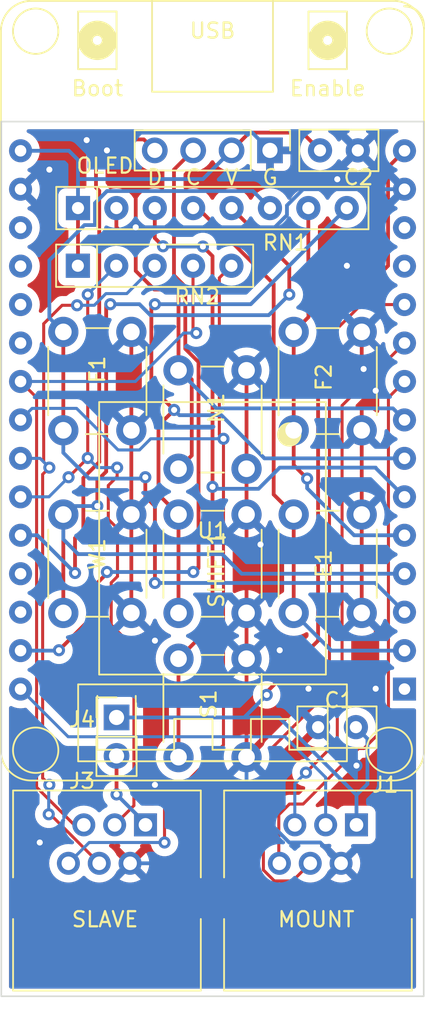
<source format=kicad_pcb>
(kicad_pcb (version 20211014) (generator pcbnew)
  (layers (0 "F.Cu" signal) (31 "B.Cu" signal) (34 "B.Paste" user) (35 "F.Paste" user) (36 "B.SilkS" user "B.Silkscreen") (37 "F.SilkS" user "F.Silkscreen") (38 "B.Mask" user) (39 "F.Mask" user) (44 "Edge.Cuts" user))
  (net 0 "")
  (net 1 "E")
  (net 2 "Earth")
  (net 3 "F1")
  (net 4 "F2")
  (net 5 "VCC")
  (net 6 "SCL")
  (net 7 "SDA")
  (net 8 "+5V")
  (net 9 "RA-")
  (net 10 "DE-")
  (net 11 "DE+")
  (net 12 "RA+")
  (net 13 "N")
  (net 14 "S")
  (net 15 "W")
  (net 16 "SHIFT")
  (net 24 "Net-(J3-Pad1)")
  (net 25 "RA1-")
  (net 26 "DE1-")
  (net 27 "DE1+")
  (net 30 "RA1+")
  (footprint "Library:RJ25_Wayconn_MJEA-660X1_Horizontal_NoSupport" (layer "F.Cu") (at 114.945 104.245)
    (fp_text reference "J3" (at -4.201 -2.899) (layer "F.SilkS"))
    (fp_text value "RJ12")
    (fp_line (start -8.76 10.95) (end 3.66 10.95) (layer "F.SilkS") (width 0.12))
    (fp_line (start 3.66 -2.27) (end 3.66 3.47) (layer "F.SilkS") (width 0.12))
    (fp_line (start -8.76 6.22) (end -8.76 10.95) (layer "F.SilkS") (width 0.12))
    (fp_line (start -8.76 -2.27) (end 3.66 -2.27) (layer "F.SilkS") (width 0.12))
    (fp_line (start 3.66 6.22) (end 3.66 10.95) (layer "F.SilkS") (width 0.12))
    (fp_line (start -8.76 -2.27) (end -8.76 3.47) (layer "F.SilkS") (width 0.12))
    (pad "1" thru_hole rect (at 0 0) (size 1.52 1.52) (drill 0.9) (layers *.Cu *.Mask) (net 24 "Net-(J3-Pad1)"))
    (pad "2" thru_hole circle (at -1.02 2.54) (size 1.52 1.52) (drill 0.9) (layers *.Cu *.Mask) (net 2 "Earth"))
    (pad "3" thru_hole circle (at -2.04 0) (size 1.52 1.52) (drill 0.9) (layers *.Cu *.Mask) (net 25 "RA1-"))
    (pad "4" thru_hole circle (at -3.06 2.54) (size 1.52 1.52) (drill 0.9) (layers *.Cu *.Mask) (net 26 "DE1-"))
    (pad "5" thru_hole circle (at -4.08 0) (size 1.52 1.52) (drill 0.9) (layers *.Cu *.Mask) (net 27 "DE1+"))
    (pad "6" thru_hole circle (at -5.1 2.54) (size 1.52 1.52) (drill 0.9) (layers *.Cu *.Mask) (net 30 "RA1+"))
  )
  (footprint "Button_Switch_THT:SW_PUSH_6mm_H8mm" (layer "F.Cu") (at 109.51 78.18 90)
    (fp_text reference "F1" (at 4.012 2.25 90) (layer "F.SilkS"))
    (fp_text value "SW_Push")
    (fp_line (start 5.5 -1) (end 1 -1) (layer "F.SilkS") (width 0.12))
    (fp_line (start -0.25 1.5) (end -0.25 3) (layer "F.SilkS") (width 0.12))
    (fp_line (start 6.75 3) (end 6.75 1.5) (layer "F.SilkS") (width 0.12))
    (fp_line (start 1 5.5) (end 5.5 5.5) (layer "F.SilkS") (width 0.12))
    (pad "1" thru_hole circle (at 6.5 0 180) (size 2 2) (drill 1.1) (layers *.Cu *.Mask) (net 3 "F1"))
    (pad "1" thru_hole circle (at 0 0 180) (size 2 2) (drill 1.1) (layers *.Cu *.Mask) (net 3 "F1"))
    (pad "2" thru_hole circle (at 0 4.5 180) (size 2 2) (drill 1.1) (layers *.Cu *.Mask) (net 2 "Earth"))
    (pad "2" thru_hole circle (at 6.5 4.5 180) (size 2 2) (drill 1.1) (layers *.Cu *.Mask) (net 2 "Earth"))
  )
  (footprint "Button_Switch_THT:SW_PUSH_6mm_H8mm" (layer "F.Cu") (at 109.51 90.245 90)
    (fp_text reference "W1" (at 3.885 2.25 90) (layer "F.SilkS"))
    (fp_text value "SW_Push")
    (fp_line (start 6.75 3) (end 6.75 1.5) (layer "F.SilkS") (width 0.12))
    (fp_line (start 5.5 -1) (end 1 -1) (layer "F.SilkS") (width 0.12))
    (fp_line (start 1 5.5) (end 5.5 5.5) (layer "F.SilkS") (width 0.12))
    (fp_line (start -0.25 1.5) (end -0.25 3) (layer "F.SilkS") (width 0.12))
    (pad "1" thru_hole circle (at 6.5 0 180) (size 2 2) (drill 1.1) (layers *.Cu *.Mask) (net 15 "W"))
    (pad "1" thru_hole circle (at 0 0 180) (size 2 2) (drill 1.1) (layers *.Cu *.Mask) (net 15 "W"))
    (pad "2" thru_hole circle (at 6.5 4.5 180) (size 2 2) (drill 1.1) (layers *.Cu *.Mask) (net 2 "Earth"))
    (pad "2" thru_hole circle (at 0 4.5 180) (size 2 2) (drill 1.1) (layers *.Cu *.Mask) (net 2 "Earth"))
  )
  (footprint "Capacitor_THT:C_Disc_D5.0mm_W2.5mm_P2.50mm" (layer "F.Cu") (at 128.992 59.69 180)
    (fp_text reference "C2" (at -0.04 -1.778) (layer "F.SilkS"))
    (fp_text value "1μF")
    (fp_line (start 3.87 -1.37) (end 3.87 1.37) (layer "F.SilkS") (width 0.12))
    (fp_line (start -1.37 1.37) (end 3.87 1.37) (layer "F.SilkS") (width 0.12))
    (fp_line (start -1.37 -1.37) (end -1.37 1.37) (layer "F.SilkS") (width 0.12))
    (fp_line (start -1.37 -1.37) (end 3.87 -1.37) (layer "F.SilkS") (width 0.12))
    (pad "1" thru_hole circle (at 0 0 180) (size 1.6 1.6) (drill 0.8) (layers *.Cu *.Mask) (net 2 "Earth"))
    (pad "2" thru_hole circle (at 2.5 0 180) (size 1.6 1.6) (drill 0.8) (layers *.Cu *.Mask) (net 5 "VCC"))
  )
  (footprint "Library:RJ25_Wayconn_MJEA-660X1_Horizontal_NoSupport" (layer "F.Cu") (at 128.905 104.245)
    (fp_text reference "J1" (at 1.905 -2.645) (layer "F.SilkS"))
    (fp_text value "RJ12")
    (fp_line (start -8.76 6.22) (end -8.76 10.95) (layer "F.SilkS") (width 0.12))
    (fp_line (start -8.76 10.95) (end 3.66 10.95) (layer "F.SilkS") (width 0.12))
    (fp_line (start -8.76 -2.27) (end 3.66 -2.27) (layer "F.SilkS") (width 0.12))
    (fp_line (start -8.76 -2.27) (end -8.76 3.47) (layer "F.SilkS") (width 0.12))
    (fp_line (start 3.66 -2.27) (end 3.66 3.47) (layer "F.SilkS") (width 0.12))
    (fp_line (start 3.66 6.22) (end 3.66 10.95) (layer "F.SilkS") (width 0.12))
    (pad "1" thru_hole rect (at 0 0) (size 1.52 1.52) (drill 0.9) (layers *.Cu *.Mask) (net 8 "+5V"))
    (pad "2" thru_hole circle (at -1.02 2.54) (size 1.52 1.52) (drill 0.9) (layers *.Cu *.Mask) (net 2 "Earth"))
    (pad "3" thru_hole circle (at -2.04 0) (size 1.52 1.52) (drill 0.9) (layers *.Cu *.Mask) (net 9 "RA-"))
    (pad "4" thru_hole circle (at -3.06 2.54) (size 1.52 1.52) (drill 0.9) (layers *.Cu *.Mask) (net 10 "DE-"))
    (pad "5" thru_hole circle (at -4.08 0) (size 1.52 1.52) (drill 0.9) (layers *.Cu *.Mask) (net 11 "DE+"))
    (pad "6" thru_hole circle (at -5.1 2.54) (size 1.52 1.52) (drill 0.9) (layers *.Cu *.Mask) (net 12 "RA+"))
  )
  (footprint "Connector_PinHeader_2.54mm:PinHeader_1x04_P2.54mm_Vertical" (layer "F.Cu") (at 123.18 59.69 -90)
    (fp_text reference "OLED" (at 1.016 10.912) (layer "F.SilkS"))
    (fp_text value "OLED")
    (fp_line (start -1.33 8.95) (end 1.33 8.95) (layer "F.SilkS") (width 0.12))
    (fp_line (start 1.33 1.27) (end 1.33 8.95) (layer "F.SilkS") (width 0.12))
    (fp_line (start -1.33 0) (end -1.33 -1.33) (layer "F.SilkS") (width 0.12))
    (fp_line (start -1.33 -1.33) (end 0 -1.33) (layer "F.SilkS") (width 0.12))
    (fp_line (start -1.33 1.27) (end 1.33 1.27) (layer "F.SilkS") (width 0.12))
    (fp_line (start -1.33 1.27) (end -1.33 8.95) (layer "F.SilkS") (width 0.12))
    (pad "1" thru_hole rect (at 0 0 270) (size 1.7 1.7) (drill 1) (layers *.Cu *.Mask) (net 2 "Earth"))
    (pad "2" thru_hole oval (at 0 2.54 270) (size 1.7 1.7) (drill 1) (layers *.Cu *.Mask) (net 5 "VCC"))
    (pad "3" thru_hole oval (at 0 5.08 270) (size 1.7 1.7) (drill 1) (layers *.Cu *.Mask) (net 6 "SCL"))
    (pad "4" thru_hole oval (at 0 7.62 270) (size 1.7 1.7) (drill 1) (layers *.Cu *.Mask) (net 7 "SDA"))
  )
  (footprint "Resistor_THT:R_Array_SIP5" (layer "F.Cu") (at 110.47 67.31)
    (fp_text reference "RN2" (at 7.894 2.032) (layer "F.SilkS"))
    (fp_text value "10K")
    (fp_line (start 11.6 -1.4) (end -1.44 -1.4) (layer "F.SilkS") (width 0.12))
    (fp_line (start 1.27 -1.4) (end 1.27 1.4) (layer "F.SilkS") (width 0.12))
    (fp_line (start -1.44 -1.4) (end -1.44 1.4) (layer "F.SilkS") (width 0.12))
    (fp_line (start -1.44 1.4) (end 11.6 1.4) (layer "F.SilkS") (width 0.12))
    (fp_line (start 11.6 1.4) (end 11.6 -1.4) (layer "F.SilkS") (width 0.12))
    (pad "1" thru_hole rect (at 0 0) (size 1.6 1.6) (drill 0.8) (layers *.Cu *.Mask) (net 5 "VCC"))
    (pad "2" thru_hole oval (at 2.54 0) (size 1.6 1.6) (drill 0.8) (layers *.Cu *.Mask) (net 25 "RA1-"))
    (pad "3" thru_hole oval (at 5.08 0) (size 1.6 1.6) (drill 0.8) (layers *.Cu *.Mask) (net 26 "DE1-"))
    (pad "4" thru_hole oval (at 7.62 0) (size 1.6 1.6) (drill 0.8) (layers *.Cu *.Mask) (net 27 "DE1+"))
    (pad "5" thru_hole oval (at 10.16 0) (size 1.6 1.6) (drill 0.8) (layers *.Cu *.Mask) (net 30 "RA1+"))
  )
  (footprint "Button_Switch_THT:SW_PUSH_6mm_H8mm" (layer "F.Cu") (at 117.13 80.72 90)
    (fp_text reference "N1" (at 4.012 2.504 90) (layer "F.SilkS"))
    (fp_text value "SW_Push")
    (fp_line (start -0.25 1.5) (end -0.25 3) (layer "F.SilkS") (width 0.12))
    (fp_line (start 1 5.5) (end 5.5 5.5) (layer "F.SilkS") (width 0.12))
    (fp_line (start 6.75 3) (end 6.75 1.5) (layer "F.SilkS") (width 0.12))
    (fp_line (start 5.5 -1) (end 1 -1) (layer "F.SilkS") (width 0.12))
    (pad "1" thru_hole circle (at 0 0 180) (size 2 2) (drill 1.1) (layers *.Cu *.Mask) (net 13 "N"))
    (pad "1" thru_hole circle (at 6.5 0 180) (size 2 2) (drill 1.1) (layers *.Cu *.Mask) (net 13 "N"))
    (pad "2" thru_hole circle (at 0 4.5 180) (size 2 2) (drill 1.1) (layers *.Cu *.Mask) (net 2 "Earth"))
    (pad "2" thru_hole circle (at 6.5 4.5 180) (size 2 2) (drill 1.1) (layers *.Cu *.Mask) (net 2 "Earth"))
  )
  (footprint "Library:esp32_devkit_v1_doit" (layer "F.Cu") (at 119.38 95.275 180)
    (fp_text reference "U1" (at 0 10.47) (layer "F.SilkS"))
    (fp_text value "ESP32_DevKit_V1_DOIT")
    (fp_text user "Boot" (at 7.62 39.68) (layer "F.SilkS"))
    (fp_text user "Enable" (at -7.62 39.68) (layer "F.SilkS"))
    (fp_text user "USB" (at 0 43.49) (layer "F.SilkS"))
    (fp_line (start 8.89 44.76) (end 6.35 44.76) (layer "F.SilkS") (width 0.12))
    (fp_line (start -6.35 40.95) (end -6.35 44.76) (layer "F.SilkS") (width 0.12))
    (fp_line (start 8.89 -4.77) (end 8.89 0.31) (layer "F.SilkS") (width 0.12))
    (fp_line (start -7.62 -4.008) (end -5.08 -4.008) (layer "F.SilkS") (width 0.12))
    (fp_line (start 14 43.46) (end 14 -4.04) (layer "F.SilkS") (width 0.12))
    (fp_line (start -14 -4.04) (end -14 43.46) (layer "F.SilkS") (width 0.12))
    (fp_line (start -7.5 18.96) (end -7.5 0.96) (layer "F.SilkS") (width 0.12))
    (fp_line (start -2.54 -1.976) (end -2.54 -4.008) (layer "F.SilkS") (width 0.12))
    (fp_line (start 4 39.46) (end 4 45.46) (layer "F.SilkS") (width 0.12))
    (fp_line (start 8.89 40.95) (end 8.89 44.76) (layer "F.SilkS") (width 0.12))
    (fp_line (start -8.89 44.76) (end -8.89 40.95) (layer "F.SilkS") (width 0.12))
    (fp_line (start -4 39.46) (end 4 39.46) (layer "F.SilkS") (width 0.12))
    (fp_line (start 7.62 -4.008) (end 7.62 -0.452) (layer "F.SilkS") (width 0.12))
    (fp_line (start -5.08 -1.976) (end -2.54 -1.976) (layer "F.SilkS") (width 0.12))
    (fp_line (start 0 -4.008) (end 0 -1.976) (layer "F.SilkS") (width 0.12))
    (fp_line (start -7.5 0.96) (end 7.5 0.96) (layer "F.SilkS") (width 0.12))
    (fp_line (start -7.62 -0.452) (end -7.62 -4.008) (layer "F.SilkS") (width 0.12))
    (fp_line (start -4 39.46) (end -4 45.46) (layer "F.SilkS") (width 0.12))
    (fp_line (start -12 45.46) (end 12 45.46) (layer "F.SilkS") (width 0.12))
    (fp_line (start 2.54 -1.976) (end 2.54 -4.008) (layer "F.SilkS") (width 0.12))
    (fp_line (start 7.5 0.96) (end 7.5 18.96) (layer "F.SilkS") (width 0.12))
    (fp_line (start -2.54 -4.008) (end 0 -4.008) (layer "F.SilkS") (width 0.12))
    (fp_line (start -6.35 44.76) (end -8.89 44.76) (layer "F.SilkS") (width 0.12))
    (fp_line (start -12 -6.04) (end 12 -6.04) (layer "F.SilkS") (width 0.12))
    (fp_line (start 5.08 -4.008) (end 5.08 -0.452) (layer "F.SilkS") (width 0.12))
    (fp_line (start 7.5 18.96) (end -7.5 18.96) (layer "F.SilkS") (width 0.12))
    (fp_line (start -5.08 -4.008) (end -5.08 -1.976) (layer "F.SilkS") (width 0.12))
    (fp_line (start 0 -1.976) (end 2.54 -1.976) (layer "F.SilkS") (width 0.12))
    (fp_line (start -8.89 0.31) (end -8.89 -4.77) (layer "F.SilkS") (width 0.12))
    (fp_line (start 6.35 40.95) (end 8.89 40.95) (layer "F.SilkS") (width 0.12))
    (fp_line (start 8.89 0.31) (end -8.89 0.31) (layer "F.SilkS") (width 0.12))
    (fp_line (start 6.35 44.76) (end 6.35 40.95) (layer "F.SilkS") (width 0.12))
    (fp_line (start 2.54 -4.008) (end 7.62 -4.008) (layer "F.SilkS") (width 0.12))
    (fp_line (start -8.89 40.95) (end -6.35 40.95) (layer "F.SilkS") (width 0.12))
    (fp_line (start -8.89 -4.77) (end 8.89 -4.77) (layer "F.SilkS") (width 0.12))
    (fp_arc (start -14 -4.04) (mid -13.414214 -5.454214) (end -12 -6.04) (layer "F.SilkS") (width 0.12))
    (fp_arc (start 12 -6.04) (mid 13.414214 -5.454214) (end 14 -4.04) (layer "F.SilkS") (width 0.12))
    (fp_arc (start 14 43.46) (mid 13.414214 44.874214) (end 12 45.46) (layer "F.SilkS") (width 0.12))
    (fp_arc (start -12 45.46) (mid -13.414214 44.874214) (end -14 43.46) (layer "F.SilkS") (width 0.12))
    (fp_circle (center 11.7 -4.04) (end 13.2 -4.04) (layer "F.SilkS") (width 0.12) (fill none))
    (fp_circle (center -5.08 16.82) (end -4.68 16.82) (layer "F.SilkS") (width 0.8) (fill none))
    (fp_circle (center -11.7 43.46) (end -10.2 43.46) (layer "F.SilkS") (width 0.12) (fill none))
    (fp_circle (center 7.62 42.855) (end 7.92 42.855) (layer "F.SilkS") (width 1) (fill none))
    (fp_circle (center 11.7 43.46) (end 13.2 43.46) (layer "F.SilkS") (width 0.12) (fill none))
    (fp_circle (center -11.7 -4.04) (end -10.2 -4.04) (layer "F.SilkS") (width 0.12) (fill none))
    (fp_circle (center -7.62 42.855) (end -7.32 42.855) (layer "F.SilkS") (width 1) (fill none))
    (pad "1" thru_hole rect (at -12.7 0 180) (size 1.524 1.524) (drill 0.762) (layers *.Cu *.Mask))
    (pad "2" thru_hole circle (at -12.7 2.54 180) (size 1.524 1.524) (drill 0.762) (layers *.Cu *.Mask) (net 1 "E"))
    (pad "3" thru_hole circle (at -12.7 5.08 180) (size 1.524 1.524) (drill 0.762) (layers *.Cu *.Mask) (net 3 "F1"))
    (pad "4" thru_hole circle (at -12.7 7.62 180) (size 1.524 1.524) (drill 0.762) (layers *.Cu *.Mask) (net 15 "W"))
    (pad "5" thru_hole circle (at -12.7 10.16 180) (size 1.524 1.524) (drill 0.762) (layers *.Cu *.Mask) (net 4 "F2"))
    (pad "6" thru_hole circle (at -12.7 12.7 180) (size 1.524 1.524) (drill 0.762) (layers *.Cu *.Mask) (net 14 "S"))
    (pad "7" thru_hole circle (at -12.7 15.24 180) (size 1.524 1.524) (drill 0.762) (layers *.Cu *.Mask) (net 16 "SHIFT"))
    (pad "8" thru_hole circle (at -12.7 17.78 180) (size 1.524 1.524) (drill 0.762) (layers *.Cu *.Mask) (net 13 "N"))
    (pad "9" thru_hole circle (at -12.7 20.32 180) (size 1.524 1.524) (drill 0.762) (layers *.Cu *.Mask) (net 12 "RA+"))
    (pad "10" thru_hole circle (at -12.7 22.86 180) (size 1.524 1.524) (drill 0.762) (layers *.Cu *.Mask) (net 11 "DE+"))
    (pad "11" thru_hole circle (at -12.7 25.4 180) (size 1.524 1.524) (drill 0.762) (layers *.Cu *.Mask) (net 10 "DE-"))
    (pad "12" thru_hole circle (at -12.7 27.94 180) (size 1.524 1.524) (drill 0.762) (layers *.Cu *.Mask))
    (pad "13" thru_hole circle (at -12.7 30.48 180) (size 1.524 1.524) (drill 0.762) (layers *.Cu *.Mask))
    (pad "14" thru_hole circle (at -12.7 33.02 180) (size 1.524 1.524) (drill 0.762) (layers *.Cu *.Mask) (net 2 "Earth"))
    (pad "15" thru_hole circle (at -12.7 35.56 180) (size 1.524 1.524) (drill 0.762) (layers *.Cu *.Mask) (net 8 "+5V"))
    (pad "16" thru_hole circle (at 12.7 35.56 180) (size 1.524 1.524) (drill 0.762) (layers *.Cu *.Mask) (net 5 "VCC"))
    (pad "17" thru_hole circle (at 12.7 33.02 180) (size 1.524 1.524) (drill 0.762) (layers *.Cu *.Mask) (net 2 "Earth"))
    (pad "18" thru_hole circle (at 12.7 30.48 180) (size 1.524 1.524) (drill 0.762) (layers *.Cu *.Mask))
    (pad "19" thru_hole circle (at 12.7 27.94 180) (size 1.524 1.524) (drill 0.762) (layers *.Cu *.Mask))
    (pad "20" thru_hole circle (at 12.7 25.4 180) (size 1.524 1.524) (drill 0.762) (layers *.Cu *.Mask))
    (pad "21" thru_hole circle (at 12.7 22.86 180) (size 1.524 1.524) (drill 0.762) (layers *.Cu *.Mask))
    (pad "22" thru_hole circle (at 12.7 20.32 180) (size 1.524 1.524) (drill 0.762) (layers *.Cu *.Mask) (net 27 "DE1+"))
    (pad "23" thru_hole circle (at 12.7 17.78 180) (size 1.524 1.524) (drill 0.762) (layers *.Cu *.Mask) (net 30 "RA1+"))
    (pad "24" thru_hole circle (at 12.7 15.24 180) (size 1.524 1.524) (drill 0.762) (layers *.Cu *.Mask) (net 26 "DE1-"))
    (pad "25" thru_hole circle (at 12.7 12.7 180) (size 1.524 1.524) (drill 0.762) (layers *.Cu *.Mask) (net 25 "RA1-"))
    (pad "26" thru_hole circle (at 12.7 10.16 180) (size 1.524 1.524) (drill 0.762) (layers *.Cu *.Mask) (net 7 "SDA"))
    (pad "27" thru_hole circle (at 12.7 7.62 180) (size 1.524 1.524) (drill 0.762) (layers *.Cu *.Mask))
    (pad "28" thru_hole circle (at 12.7 5.08 180) (size 1.524 1.524) (drill 0.762) (layers *.Cu *.Mask))
    (pad "29" thru_hole circle (at 12.7 2.54 180) (size 1.524 1.524) (drill 0.762) (layers *.Cu *.Mask) (net 6 "SCL"))
    (pad "30" thru_hole circle (at 12.7 0 180) (size 1.524 1.524) (drill 0.762) (layers *.Cu *.Mask) (net 9 "RA-"))
  )
  (footprint "Button_Switch_THT:SW_PUSH_6mm_H8mm" (layer "F.Cu") (at 124.75 78.18 90)
    (fp_text reference "F2" (at 3.504 1.996 90) (layer "F.SilkS"))
    (fp_text value "SW_Push")
    (fp_line (start 5.5 -1) (end 1 -1) (layer "F.SilkS") (width 0.12))
    (fp_line (start -0.25 1.5) (end -0.25 3) (layer "F.SilkS") (width 0.12))
    (fp_line (start 6.75 3) (end 6.75 1.5) (layer "F.SilkS") (width 0.12))
    (fp_line (start 1 5.5) (end 5.5 5.5) (layer "F.SilkS") (width 0.12))
    (pad "1" thru_hole circle (at 0 0 180) (size 2 2) (drill 1.1) (layers *.Cu *.Mask) (net 4 "F2"))
    (pad "1" thru_hole circle (at 6.5 0 180) (size 2 2) (drill 1.1) (layers *.Cu *.Mask) (net 4 "F2"))
    (pad "2" thru_hole circle (at 0 4.5 180) (size 2 2) (drill 1.1) (layers *.Cu *.Mask) (net 2 "Earth"))
    (pad "2" thru_hole circle (at 6.5 4.5 180) (size 2 2) (drill 1.1) (layers *.Cu *.Mask) (net 2 "Earth"))
  )
  (footprint "Button_Switch_THT:SW_PUSH_6mm_H8mm" (layer "F.Cu") (at 124.75 90.245 90)
    (fp_text reference "E1" (at 3.25 1.996 90) (layer "F.SilkS"))
    (fp_text value "SW_Push")
    (fp_line (start 6.75 3) (end 6.75 1.5) (layer "F.SilkS") (width 0.12))
    (fp_line (start 5.5 -1) (end 1 -1) (layer "F.SilkS") (width 0.12))
    (fp_line (start -0.25 1.5) (end -0.25 3) (layer "F.SilkS") (width 0.12))
    (fp_line (start 1 5.5) (end 5.5 5.5) (layer "F.SilkS") (width 0.12))
    (pad "1" thru_hole circle (at 0 0 180) (size 2 2) (drill 1.1) (layers *.Cu *.Mask) (net 1 "E"))
    (pad "1" thru_hole circle (at 6.5 0 180) (size 2 2) (drill 1.1) (layers *.Cu *.Mask) (net 1 "E"))
    (pad "2" thru_hole circle (at 0 4.5 180) (size 2 2) (drill 1.1) (layers *.Cu *.Mask) (net 2 "Earth"))
    (pad "2" thru_hole circle (at 6.5 4.5 180) (size 2 2) (drill 1.1) (layers *.Cu *.Mask) (net 2 "Earth"))
  )
  (footprint "Capacitor_THT:C_Disc_D5.0mm_W2.5mm_P2.50mm" (layer "F.Cu") (at 126.365 97.79)
    (fp_text reference "C1" (at 1.397 -1.778) (layer "F.SilkS"))
    (fp_text value "1μF")
    (fp_line (start -1.37 -1.37) (end -1.37 1.37) (layer "F.SilkS") (width 0.12))
    (fp_line (start -1.37 1.37) (end 3.87 1.37) (layer "F.SilkS") (width 0.12))
    (fp_line (start -1.37 -1.37) (end 3.87 -1.37) (layer "F.SilkS") (width 0.12))
    (fp_line (start 3.87 -1.37) (end 3.87 1.37) (layer "F.SilkS") (width 0.12))
    (pad "1" thru_hole circle (at 0 0) (size 1.6 1.6) (drill 0.8) (layers *.Cu *.Mask) (net 2 "Earth"))
    (pad "2" thru_hole circle (at 2.5 0) (size 1.6 1.6) (drill 0.8) (layers *.Cu *.Mask) (net 8 "+5V"))
  )
  (footprint "Resistor_THT:R_Array_SIP8" (layer "F.Cu") (at 110.48 63.5)
    (fp_text reference "RN1" (at 13.726 2.286) (layer "F.SilkS"))
    (fp_text value "10K")
    (fp_line (start -1.44 -1.4) (end -1.44 1.4) (layer "F.SilkS") (width 0.12))
    (fp_line (start 19.22 -1.4) (end -1.44 -1.4) (layer "F.SilkS") (width 0.12))
    (fp_line (start 19.22 1.4) (end 19.22 -1.4) (layer "F.SilkS") (width 0.12))
    (fp_line (start -1.44 1.4) (end 19.22 1.4) (layer "F.SilkS") (width 0.12))
    (fp_line (start 1.27 -1.4) (end 1.27 1.4) (layer "F.SilkS") (width 0.12))
    (pad "1" thru_hole rect (at 0 0) (size 1.6 1.6) (drill 0.8) (layers *.Cu *.Mask) (net 5 "VCC"))
    (pad "2" thru_hole oval (at 2.54 0) (size 1.6 1.6) (drill 0.8) (layers *.Cu *.Mask) (net 13 "N"))
    (pad "3" thru_hole oval (at 5.08 0) (size 1.6 1.6) (drill 0.8) (layers *.Cu *.Mask) (net 14 "S"))
    (pad "4" thru_hole oval (at 7.62 0) (size 1.6 1.6) (drill 0.8) (layers *.Cu *.Mask) (net 1 "E"))
    (pad "5" thru_hole oval (at 10.16 0) (size 1.6 1.6) (drill 0.8) (layers *.Cu *.Mask) (net 15 "W"))
    (pad "6" thru_hole oval (at 12.7 0) (size 1.6 1.6) (drill 0.8) (layers *.Cu *.Mask) (net 3 "F1"))
    (pad "7" thru_hole oval (at 15.24 0) (size 1.6 1.6) (drill 0.8) (layers *.Cu *.Mask) (net 4 "F2"))
    (pad "8" thru_hole oval (at 17.78 0) (size 1.6 1.6) (drill 0.8) (layers *.Cu *.Mask) (net 16 "SHIFT"))
  )
  (footprint "Button_Switch_THT:SW_PUSH_6mm_H8mm" (layer "F.Cu") (at 117.13 99.77 90)
    (fp_text reference "S1" (at 3.504 1.996 90) (layer "F.SilkS"))
    (fp_text value "SW_Push")
    (fp_line (start 1 5.5) (end 5.5 5.5) (layer "F.SilkS") (width 0.12))
    (fp_line (start -0.25 1.5) (end -0.25 3) (layer "F.SilkS") (width 0.12))
    (fp_line (start 6.75 3) (end 6.75 1.5) (layer "F.SilkS") (width 0.12))
    (fp_line (start 5.5 -1) (end 1 -1) (layer "F.SilkS") (width 0.12))
    (pad "1" thru_hole circle (at 0 0 180) (size 2 2) (drill 1.1) (layers *.Cu *.Mask) (net 14 "S"))
    (pad "1" thru_hole circle (at 6.5 0 180) (size 2 2) (drill 1.1) (layers *.Cu *.Mask) (net 14 "S"))
    (pad "2" thru_hole circle (at 6.5 4.5 180) (size 2 2) (drill 1.1) (layers *.Cu *.Mask) (net 2 "Earth"))
    (pad "2" thru_hole circle (at 0 4.5 180) (size 2 2) (drill 1.1) (layers *.Cu *.Mask) (net 2 "Earth"))
  )
  (footprint "Connector_PinHeader_2.54mm:PinHeader_1x02_P2.54mm_Vertical" (layer "F.Cu") (at 113.03 97.15)
    (fp_text reference "J4" (at -2.286 0.132) (layer "F.SilkS"))
    (fp_text value "ST4P")
    (fp_line (start -1.33 -1.33) (end 0 -1.33) (layer "F.SilkS") (width 0.12))
    (fp_line (start 1.33 1.27) (end 1.33 3.87) (layer "F.SilkS") (width 0.12))
    (fp_line (start -1.33 0) (end -1.33 -1.33) (layer "F.SilkS") (width 0.12))
    (fp_line (start -1.33 1.27) (end -1.33 3.87) (layer "F.SilkS") (width 0.12))
    (fp_line (start -1.33 3.87) (end 1.33 3.87) (layer "F.SilkS") (width 0.12))
    (fp_line (start -1.33 1.27) (end 1.33 1.27) (layer "F.SilkS") (width 0.12))
    (pad "1" thru_hole rect (at 0 0) (size 1.7 1.7) (drill 1) (layers *.Cu *.Mask) (net 8 "+5V"))
    (pad "2" thru_hole oval (at 0 2.54) (size 1.7 1.7) (drill 1) (layers *.Cu *.Mask) (net 24 "Net-(J3-Pad1)"))
  )
  (footprint "Button_Switch_THT:SW_PUSH_6mm_H8mm" (layer "F.Cu") (at 117.13 90.245 90)
    (fp_text reference "SHIFT1" (at 2.869 2.504 90) (layer "F.SilkS"))
    (fp_text value "SW_Push")
    (fp_line (start -0.25 1.5) (end -0.25 3) (layer "F.SilkS") (width 0.12))
    (fp_line (start 6.75 3) (end 6.75 1.5) (layer "F.SilkS") (width 0.12))
    (fp_line (start 1 5.5) (end 5.5 5.5) (layer "F.SilkS") (width 0.12))
    (fp_line (start 5.5 -1) (end 1 -1) (layer "F.SilkS") (width 0.12))
    (pad "1" thru_hole circle (at 0 0 180) (size 2 2) (drill 1.1) (layers *.Cu *.Mask) (net 16 "SHIFT"))
    (pad "1" thru_hole circle (at 6.5 0 180) (size 2 2) (drill 1.1) (layers *.Cu *.Mask) (net 16 "SHIFT"))
    (pad "2" thru_hole circle (at 0 4.5 180) (size 2 2) (drill 1.1) (layers *.Cu *.Mask) (net 2 "Earth"))
    (pad "2" thru_hole circle (at 6.5 4.5 180) (size 2 2) (drill 1.1) (layers *.Cu *.Mask) (net 2 "Earth"))
  )
  (gr_arc (start 132.08 50.165) (mid 132.978026 50.536974) (end 133.35 51.435) (layer "F.SilkS") (width 0.15))
  (gr_poly (pts (xy 133.35 101.6) (xy 133.35 115.57) (xy 105.41 115.57) (xy 105.41 57.785) (xy 133.35 57.785)) (layer "Edge.Cuts") (width 0.1) (fill none))
  (gr_text "SLAVE" (at 112.268 110.49) (layer "F.SilkS") (effects (font (size 1 1))))
  (gr_text "MOUNT" (at 126.238 110.49) (layer "F.SilkS") (effects (font (size 1 1))))
  (gr_text "C" (at 118.11 61.468) (layer "F.SilkS") (effects (font (size 1 1))))
  (gr_text "V" (at 120.65 61.468) (layer "F.SilkS") (effects (font (size 1 1))))
  (gr_text "D" (at 115.57 61.468) (layer "F.SilkS") (effects (font (size 1 1))))
  (gr_text "G" (at 123.19 61.468) (layer "F.SilkS") (effects (font (size 1 1))))
  (segment (start 124.75 83.745) (end 123.425489 82.420489) (width 0.25) (layer "F.Cu") (net 1))
  (segment (start 118.4103 63.5) (end 118.1 63.5) (width 0.25) (layer "F.Cu") (net 1))
  (segment (start 124.75 83.745) (end 124.75 90.245) (width 0.25) (layer "F.Cu") (net 1))
  (segment (start 123.425489 82.420489) (end 123.425489 68.515189) (width 0.25) (layer "F.Cu") (net 1))
  (segment (start 123.425489 68.515189) (end 118.4103 63.5) (width 0.25) (layer "F.Cu") (net 1))
  (segment (start 127.24 92.735) (end 132.08 92.735) (width 0.25) (layer "B.Cu") (net 1))
  (segment (start 124.75 90.245) (end 127.24 92.735) (width 0.25) (layer "B.Cu") (net 1))
  (segment (start 129.25 83.745) (end 129.25 90.245) (width 0.25) (layer "F.Cu") (net 2))
  (segment (start 121.63 74.22) (end 121.63 80.72) (width 0.25) (layer "F.Cu") (net 2))
  (segment (start 129.25 71.68) (end 129.25 74.005) (width 0.25) (layer "F.Cu") (net 2))
  (segment (start 130.175 75.565) (end 129.25 76.49) (width 0.25) (layer "F.Cu") (net 2))
  (segment (start 114.3 61.595) (end 112.395 59.69) (width 0.25) (layer "F.Cu") (net 2))
  (segment (start 121.63 83.745) (end 121.63 90.245) (width 0.25) (layer "F.Cu") (net 2))
  (segment (start 129.25 76.49) (end 129.25 78.18) (width 0.25) (layer "F.Cu") (net 2))
  (segment (start 129.25 90.245) (end 130.175 91.17) (width 0.25) (layer "F.Cu") (net 2))
  (segment (start 114.3 64.77) (end 114.3 61.595) (width 0.25) (layer "F.Cu") (net 2))
  (segment (start 129.25 78.18) (end 129.25 83.745) (width 0.25) (layer "F.Cu") (net 2))
  (segment (start 114.01 83.745) (end 114.01 90.245) (width 0.25) (layer "F.Cu") (net 2))
  (segment (start 129.25 74.005) (end 129.375378 74.130378) (width 0.25) (layer "F.Cu") (net 2))
  (segment (start 114.01 71.68) (end 114.01 78.18) (width 0.25) (layer "F.Cu") (net 2))
  (segment (start 114.01 78.18) (end 114.01 83.745) (width 0.25) (layer "F.Cu") (net 2))
  (segment (start 130.175 91.17) (end 130.175 95.25) (width 0.25) (layer "F.Cu") (net 2))
  (segment (start 121.63 80.72) (end 121.63 83.745) (width 0.25) (layer "F.Cu") (net 2))
  (segment (start 121.63 90.245) (end 121.63 93.27) (width 0.25) (layer "F.Cu") (net 2))
  (segment (start 121.63 93.27) (end 121.63 99.77) (width 0.25) (layer "F.Cu") (net 2))
  (via (at 129.375378 74.130378) (size 0.8) (drill 0.4) (layers "F.Cu" "B.Cu") (net 2))
  (via (at 127.635 61.595) (size 0.8) (drill 0.4) (layers "F.Cu" "B.Cu") (net 2))
  (via (at 108.585 60.96) (size 0.8) (drill 0.4) (layers "F.Cu" "B.Cu") (net 2))
  (via (at 111.053064 59.010836) (size 0.8) (drill 0.4) (layers "F.Cu" "B.Cu") (net 2))
  (via (at 114.3 64.77) (size 0.8) (drill 0.4) (layers "F.Cu" "B.Cu") (net 2))
  (via (at 112.395 59.69) (size 0.8) (drill 0.4) (layers "F.Cu" "B.Cu") (net 2))
  (via (at 123.825 92.71) (size 0.8) (drill 0.4) (layers "F.Cu" "B.Cu") (net 2))
  (via (at 128.905 100.33) (size 0.8) (drill 0.4) (layers "F.Cu" "B.Cu") (net 2))
  (via (at 107.95 105.41) (size 0.8) (drill 0.4) (layers "F.Cu" "B.Cu") (net 2))
  (via (at 125.73 95.25) (size 0.8) (drill 0.4) (layers "F.Cu" "B.Cu") (net 2))
  (via (at 115.57 92.075) (size 0.8) (drill 0.4) (layers "F.Cu" "B.Cu") (net 2))
  (via (at 122.555 85.725) (size 0.8) (drill 0.4) (layers "F.Cu" "B.Cu") (net 2))
  (via (at 130.175 95.25) (size 0.8) (drill 0.4) (layers "F.Cu" "B.Cu") (net 2))
  (via (at 128.27 67.31) (size 0.8) (drill 0.4) (layers "F.Cu" "B.Cu") (net 2))
  (via (at 130.175 75.565) (size 0.8) (drill 0.4) (layers "F.Cu" "B.Cu") (net 2))
  (via (at 115.57 101.6) (size 0.8) (drill 0.4) (layers "F.Cu" "B.Cu") (net 2))
  (segment (start 121.63 101.833731) (end 116.678731 106.785) (width 0.25) (layer "B.Cu") (net 2))
  (segment (start 113.569511 58.515489) (end 112.395 59.69) (width 0.25) (layer "B.Cu") (net 2))
  (segment (start 116.678731 106.785) (end 113.925 106.785) (width 0.25) (layer "B.Cu") (net 2))
  (segment (start 126.51 105.41) (end 127.885 106.785) (width 0.25) (layer "B.Cu") (net 2))
  (segment (start 121.63 101.833731) (end 121.63 102.583731) (width 0.25) (layer "B.Cu") (net 2))
  (segment (start 122.005489 58.515489) (end 113.569511 58.515489) (width 0.25) (layer "B.Cu") (net 2))
  (segment (start 129.375378 74.765378) (end 130.175 75.565) (width 0.25) (layer "B.Cu") (net 2))
  (segment (start 121.63 102.583731) (end 124.456269 105.41) (width 0.25) (layer "B.Cu") (net 2))
  (segment (start 123.5003 64.77) (end 114.3 64.77) (width 0.25) (layer "B.Cu") (net 2))
  (segment (start 123.18 59.69) (end 122.005489 58.515489) (width 0.25) (layer "B.Cu") (net 2))
  (segment (start 124.456269 105.41) (end 126.51 105.41) (width 0.25) (layer "B.Cu") (net 2))
  (segment (start 121.63 99.77) (end 121.63 101.833731) (width 0.25) (layer "B.Cu") (net 2))
  (segment (start 125.3747 62.255) (end 124.304511 63.325189) (width 0.25) (layer "B.Cu") (net 2))
  (segment (start 129.375378 74.130378) (end 129.375378 74.765378) (width 0.25) (layer "B.Cu") (net 2))
  (segment (start 132.08 62.255) (end 125.3747 62.255) (width 0.25) (layer "B.Cu") (net 2))
  (segment (start 124.304511 63.965789) (end 123.5003 64.77) (width 0.25) (layer "B.Cu") (net 2))
  (segment (start 124.304511 63.325189) (end 124.304511 63.965789) (width 0.25) (layer "B.Cu") (net 2))
  (segment (start 114.935 82.55) (end 115.57 83.185) (width 0.25) (layer "F.Cu") (net 3))
  (segment (start 115.57 83.185) (end 115.57 88.265) (width 0.25) (layer "F.Cu") (net 3))
  (segment (start 114.935 81.28) (end 114.935 82.55) (width 0.25) (layer "F.Cu") (net 3))
  (segment (start 109.51 71.68) (end 109.51 78.18) (width 0.25) (layer "F.Cu") (net 3))
  (via (at 114.935 81.28) (size 0.8) (drill 0.4) (layers "F.Cu" "B.Cu") (net 3))
  (via (at 115.57 88.265) (size 0.8) (drill 0.4) (layers "F.Cu" "B.Cu") (net 3))
  (segment (start 111.214511 81.369511) (end 114.845489 81.369511) (width 0.25) (layer "B.Cu") (net 3))
  (segment (start 112.398722 62.375489) (end 111.604511 63.1697) (width 0.25) (layer "B.Cu") (net 3))
  (segment (start 111.604511 63.1697) (end 111.604511 64.624511) (width 0.25) (layer "B.Cu") (net 3))
  (segment (start 132.08 90.195) (end 130.15 88.265) (width 0.25) (layer "B.Cu") (net 3))
  (segment (start 108.585 70.755) (end 109.51 71.68) (width 0.25) (layer "B.Cu") (net 3))
  (segment (start 122.055489 62.375489) (end 112.398722 62.375489) (width 0.25) (layer "B.Cu") (net 3))
  (segment (start 123.18 63.5) (end 122.055489 62.375489) (width 0.25) (layer "B.Cu") (net 3))
  (segment (start 109.51 79.665) (end 109.51 78.18) (width 0.25) (layer "B.Cu") (net 3))
  (segment (start 111.125 81.28) (end 109.51 79.665) (width 0.25) (layer "B.Cu") (net 3))
  (segment (start 111.604511 64.624511) (end 110.906467 64.624511) (width 0.25) (layer "B.Cu") (net 3))
  (segment (start 108.585 66.945978) (end 108.585 70.755) (width 0.25) (layer "B.Cu") (net 3))
  (segment (start 110.906467 64.624511) (end 108.585 66.945978) (width 0.25) (layer "B.Cu") (net 3))
  (segment (start 114.845489 81.369511) (end 114.935 81.28) (width 0.25) (layer "B.Cu") (net 3))
  (segment (start 115.57 88.265) (end 130.15 88.265) (width 0.25) (layer "B.Cu") (net 3))
  (segment (start 111.125 81.28) (end 111.214511 81.369511) (width 0.25) (layer "B.Cu") (net 3))
  (segment (start 124.75 71.68) (end 124.75 78.18) (width 0.25) (layer "F.Cu") (net 4))
  (segment (start 125.73 70.485) (end 125.73 70.7) (width 0.25) (layer "F.Cu") (net 4))
  (segment (start 125.72 63.5) (end 125.72 70.475) (width 0.25) (layer "F.Cu") (net 4))
  (segment (start 124.75 80.479) (end 125.6405 81.3695) (width 0.25) (layer "F.Cu") (net 4))
  (segment (start 125.73 70.7) (end 124.75 71.68) (width 0.25) (layer "F.Cu") (net 4))
  (segment (start 124.75 78.18) (end 124.75 80.479) (width 0.25) (layer "F.Cu") (net 4))
  (segment (start 125.72 70.475) (end 125.73 70.485) (width 0.25) (layer "F.Cu") (net 4))
  (via (at 125.6405 81.3695) (size 0.8) (drill 0.4) (layers "F.Cu" "B.Cu") (net 4))
  (segment (start 125.6405 81.3695) (end 125.6405 82.008643) (width 0.25) (layer "B.Cu") (net 4))
  (segment (start 132.08 85.115) (end 128.746857 85.115) (width 0.25) (layer "B.Cu") (net 4))
  (segment (start 125.6405 82.008643) (end 128.746857 85.115) (width 0.25) (layer "B.Cu") (net 4))
  (segment (start 110.48 67.3) (end 110.47 67.31) (width 0.25) (layer "F.Cu") (net 5))
  (segment (start 121.814511 58.515489) (end 125.317489 58.515489) (width 0.25) (layer "F.Cu") (net 5))
  (segment (start 125.317489 58.515489) (end 126.492 59.69) (width 0.25) (layer "F.Cu") (net 5))
  (segment (start 120.64 59.69) (end 121.814511 58.515489) (width 0.25) (layer "F.Cu") (net 5))
  (segment (start 110.48 63.5) (end 110.48 67.3) (width 0.25) (layer "F.Cu") (net 5))
  (segment (start 109.88 59.715) (end 110.48 60.315) (width 0.25) (layer "B.Cu") (net 5))
  (segment (start 106.68 59.715) (end 109.88 59.715) (width 0.25) (layer "B.Cu") (net 5))
  (segment (start 110.48 60.315) (end 110.48 61.605) (width 0.25) (layer "B.Cu") (net 5))
  (segment (start 120.64 59.69) (end 118.745 61.585) (width 0.25) (layer "B.Cu") (net 5))
  (segment (start 110.5 61.585) (end 110.48 61.605) (width 0.25) (layer "B.Cu") (net 5))
  (segment (start 118.745 61.585) (end 110.5 61.585) (width 0.25) (layer "B.Cu") (net 5))
  (segment (start 110.48 61.605) (end 110.48 63.5) (width 0.25) (layer "B.Cu") (net 5))
  (segment (start 116.84 60.96) (end 116.84 60.95) (width 0.25) (layer "F.Cu") (net 6))
  (segment (start 117.57952 68.693803) (end 116.830717 67.945) (width 0.25) (layer "F.Cu") (net 6))
  (segment (start 111.76 90.17) (end 109.22 92.71) (width 0.25) (layer "F.Cu") (net 6))
  (segment (start 116.830717 60.969283) (end 116.84 60.96) (width 0.25) (layer "F.Cu") (net 6))
  (segment (start 117.57952 68.693803) (end 117.57952 72.796377) (width 0.25) (layer "F.Cu") (net 6))
  (segment (start 118.454511 87.195989) (end 118.11 87.5405) (width 0.25) (layer "F.Cu") (net 6))
  (segment (start 118.454511 87.285489) (end 118.11 87.63) (width 0.25) (layer "F.Cu") (net 6))
  (segment (start 116.830717 67.945) (end 116.830717 60.969283) (width 0.25) (layer "F.Cu") (net 6))
  (segment (start 118.1 59.69) (end 116.84 60.95) (width 0.25) (layer "F.Cu") (net 6))
  (segment (start 112.395 87.63) (end 111.76 88.265) (width 0.25) (layer "F.Cu") (net 6))
  (segment (start 117.57952 72.796377) (end 118.454511 73.671368) (width 0.25) (layer "F.Cu") (net 6))
  (segment (start 112.395 87.63) (end 112.395 87.5405) (width 0.25) (layer "F.Cu") (net 6))
  (segment (start 118.454511 73.671368) (end 118.454511 87.195989) (width 0.25) (layer "F.Cu") (net 6))
  (segment (start 111.76 88.265) (end 111.76 89.868143) (width 0.25) (layer "F.Cu") (net 6))
  (segment (start 111.76 89.868143) (end 111.76 90.17) (width 0.25) (layer "F.Cu") (net 6))
  (via (at 118.11 87.5405) (size 0.8) (drill 0.4) (layers "F.Cu" "B.Cu") (net 6))
  (via (at 112.395 87.5405) (size 0.8) (drill 0.4) (layers "F.Cu" "B.Cu") (net 6))
  (via (at 109.22 92.71) (size 0.8) (drill 0.4) (layers "F.Cu" "B.Cu") (net 6))
  (segment (start 112.395 87.5405) (end 118.0205 87.5405) (width 0.25) (layer "B.Cu") (net 6))
  (segment (start 109.195 92.735) (end 106.68 92.735) (width 0.25) (layer "B.Cu") (net 6))
  (segment (start 109.22 92.71) (end 109.195 92.735) (width 0.25) (layer "B.Cu") (net 6))
  (segment (start 118.0205 87.5405) (end 118.11 87.63) (width 0.25) (layer "B.Cu") (net 6))
  (segment (start 118.11 87.63) (end 118.11 87.5405) (width 0.25) (layer "B.Cu") (net 6))
  (segment (start 110.283844 85.296156) (end 110.283844 87.606199) (width 0.25) (layer "F.Cu") (net 7))
  (segment (start 110.834511 84.745489) (end 110.283844 85.296156) (width 0.25) (layer "F.Cu") (net 7))
  (segment (start 111.885489 62.355489) (end 111.885489 80.254125) (width 0.25) (layer "F.Cu") (net 7))
  (segment (start 110.834511 81.325103) (end 110.834511 84.745489) (width 0.25) (layer "F.Cu") (net 7))
  (segment (start 112.094897 58.965489) (end 111.670489 59.389897) (width 0.25) (layer "F.Cu") (net 7))
  (segment (start 111.670489 59.389897) (end 111.670489 62.140489) (width 0.25) (layer "F.Cu") (net 7))
  (segment (start 114.835489 58.965489) (end 112.094897 58.965489) (width 0.25) (layer "F.Cu") (net 7))
  (segment (start 115.56 59.69) (end 114.835489 58.965489) (width 0.25) (layer "F.Cu") (net 7))
  (segment (start 111.670489 62.140489) (end 111.885489 62.355489) (width 0.25) (layer "F.Cu") (net 7))
  (segment (start 111.885489 80.254125) (end 111.895489 80.264125) (width 0.25) (layer "F.Cu") (net 7))
  (segment (start 111.895489 80.264125) (end 110.834511 81.325103) (width 0.25) (layer "F.Cu") (net 7))
  (via (at 110.283844 87.606199) (size 0.8) (drill 0.4) (layers "F.Cu" "B.Cu") (net 7))
  (segment (start 107.792645 85.115) (end 110.283844 87.606199) (width 0.25) (layer "B.Cu") (net 7))
  (segment (start 106.68 85.115) (end 107.792645 85.115) (width 0.25) (layer "B.Cu") (net 7))
  (segment (start 130.993489 67.309654) (end 126.365 71.938143) (width 0.25) (layer "F.Cu") (net 8))
  (segment (start 122.96597 95.47403) (end 122.96597 95.66097) (width 0.25) (layer "F.Cu") (net 8))
  (segment (start 126.365 92.075) (end 122.96597 95.47403) (width 0.25) (layer "F.Cu") (net 8))
  (segment (start 132.08 59.715) (end 130.993489 60.801511) (width 0.25) (layer "F.Cu") (net 8))
  (segment (start 126.365 71.938143) (end 126.365 92.075) (width 0.25) (layer "F.Cu") (net 8))
  (segment (start 130.993489 60.801511) (end 130.993489 67.309654) (width 0.25) (layer "F.Cu") (net 8))
  (via (at 122.96597 95.66097) (size 0.8) (drill 0.4) (layers "F.Cu" "B.Cu") (net 8))
  (segment (start 128.905 102.269639) (end 128.905 104.245) (width 0.25) (layer "B.Cu") (net 8))
  (segment (start 128.905 102.269639) (end 129.629511 101.545128) (width 0.25) (layer "B.Cu") (net 8))
  (segment (start 121.47694 97.15) (end 123.785361 97.15) (width 0.25) (layer "B.Cu") (net 8))
  (segment (start 113.03 97.15) (end 121.47694 97.15) (width 0.25) (layer "B.Cu") (net 8))
  (segment (start 129.629511 101.545128) (end 129.629511 98.554511) (width 0.25) (layer "B.Cu") (net 8))
  (segment (start 121.47694 97.15) (end 122.96597 95.66097) (width 0.25) (layer "B.Cu") (net 8))
  (segment (start 123.785361 97.15) (end 128.905 102.269639) (width 0.25) (layer "B.Cu") (net 8))
  (segment (start 129.629511 98.554511) (end 128.865 97.79) (width 0.25) (layer "B.Cu") (net 8))
  (segment (start 109.83 98.425) (end 124.179259 98.425) (width 0.2) (layer "B.Cu") (net 9))
  (segment (start 124.179259 98.425) (end 126.865 101.110741) (width 0.2) (layer "B.Cu") (net 9))
  (segment (start 106.68 95.275) (end 109.83 98.425) (width 0.2) (layer "B.Cu") (net 9))
  (segment (start 126.865 101.110741) (end 126.865 104.245) (width 0.2) (layer "B.Cu") (net 9))
  (segment (start 124.68 107.95) (end 123.471624 107.95) (width 0.2) (layer "F.Cu") (net 10))
  (segment (start 127.115489 95.385489) (end 127.115489 71.976724) (width 0.2) (layer "F.Cu") (net 10))
  (segment (start 123.365969 104.896633) (end 123.365969 99.115009) (width 0.2) (layer "F.Cu") (net 10))
  (segment (start 125.845 106.785) (end 124.68 107.95) (width 0.2) (layer "F.Cu") (net 10))
  (segment (start 127.095489 95.385489) (end 127.115489 95.385489) (width 0.2) (layer "F.Cu") (net 10))
  (segment (start 129.217213 69.875) (end 132.08 69.875) (width 0.2) (layer "F.Cu") (net 10))
  (segment (start 123.365969 99.115009) (end 127.095489 95.385489) (width 0.2) (layer "F.Cu") (net 10))
  (segment (start 122.745489 107.223865) (end 122.745489 105.517113) (width 0.2) (layer "F.Cu") (net 10))
  (segment (start 123.471624 107.95) (end 122.745489 107.223865) (width 0.2) (layer "F.Cu") (net 10))
  (segment (start 122.745489 105.517113) (end 123.365969 104.896633) (width 0.2) (layer "F.Cu") (net 10))
  (segment (start 127.115489 71.976724) (end 129.217213 69.875) (width 0.2) (layer "F.Cu") (net 10))
  (segment (start 127.950489 76.544511) (end 132.08 72.415) (width 0.2) (layer "F.Cu") (net 11))
  (segment (start 127.950489 95.565489) (end 127.950489 76.544511) (width 0.2) (layer "F.Cu") (net 11))
  (segment (start 127.635 98.715756) (end 127.635 95.880978) (width 0.2) (layer "F.Cu") (net 11))
  (segment (start 127.635 95.880978) (end 127.950489 95.565489) (width 0.2) (layer "F.Cu") (net 11))
  (segment (start 125.557878 100.792878) (end 127.635 98.715756) (width 0.2) (layer "F.Cu") (net 11))
  (via (at 125.557878 100.792878) (size 0.8) (drill 0.4) (layers "F.Cu" "B.Cu") (net 11))
  (segment (start 125.557878 100.792878) (end 124.825 101.525756) (width 0.2) (layer "B.Cu") (net 11))
  (segment (start 124.825 101.525756) (end 124.825 104.245) (width 0.2) (layer "B.Cu") (net 11))
  (segment (start 124.47 102.87) (end 123.765489 103.574511) (width 0.2) (layer "F.Cu") (net 12))
  (segment (start 129.045371 99.200371) (end 125.375741 102.87) (width 0.2) (layer "F.Cu") (net 12))
  (segment (start 123.765489 106.745489) (end 123.805 106.785) (width 0.2) (layer "F.Cu") (net 12))
  (segment (start 125.375741 102.87) (end 124.47 102.87) (width 0.2) (layer "F.Cu") (net 12))
  (segment (start 131.018489 97.581511) (end 129.399629 99.200371) (width 0.2) (layer "F.Cu") (net 12))
  (segment (start 123.765489 103.574511) (end 123.765489 106.745489) (width 0.2) (layer "F.Cu") (net 12))
  (segment (start 132.08 74.955) (end 131.018489 76.016511) (width 0.2) (layer "F.Cu") (net 12))
  (segment (start 131.018489 76.016511) (end 131.018489 97.581511) (width 0.2) (layer "F.Cu") (net 12))
  (segment (start 129.399629 99.200371) (end 129.045371 99.200371) (width 0.2) (layer "F.Cu") (net 12))
  (segment (start 117.13 68.88) (end 117.13 74.22) (width 0.25) (layer "F.Cu") (net 13))
  (segment (start 118.004991 79.845009) (end 117.13 80.72) (width 0.25) (layer "F.Cu") (net 13))
  (segment (start 117.4 74.22) (end 118.004991 74.824991) (width 0.25) (layer "F.Cu") (net 13))
  (segment (start 113.02 64.76) (end 114.3 66.04) (width 0.25) (layer "F.Cu") (net 13))
  (segment (start 114.3 66.04) (end 114.3 67.6503) (width 0.25) (layer "F.Cu") (net 13))
  (segment (start 115.5297 68.88) (end 117.13 68.88) (width 0.25) (layer "F.Cu") (net 13))
  (segment (start 113.02 63.5) (end 113.02 64.76) (width 0.25) (layer "F.Cu") (net 13))
  (segment (start 114.3 67.6503) (end 115.5297 68.88) (width 0.25) (layer "F.Cu") (net 13))
  (segment (start 118.004991 74.824991) (end 118.004991 79.845009) (width 0.25) (layer "F.Cu") (net 13))
  (segment (start 117.13 74.22) (end 117.4 74.22) (width 0.25) (layer "F.Cu") (net 13))
  (segment (start 119.643001 76.733001) (end 117.13 74.22) (width 0.25) (layer "B.Cu") (net 13))
  (segment (start 131.318001 76.733001) (end 119.643001 76.733001) (width 0.25) (layer "B.Cu") (net 13))
  (segment (start 132.08 77.495) (end 131.318001 76.733001) (width 0.25) (layer "B.Cu") (net 13))
  (segment (start 115.56 63.5) (end 115.56 65.479561) (width 0.25) (layer "F.Cu") (net 14))
  (segment (start 119.38 68.355011) (end 119.38 66.675) (width 0.25) (layer "F.Cu") (net 14))
  (segment (start 115.56 65.479561) (end 116.106217 66.025778) (width 0.25) (layer "F.Cu") (net 14))
  (segment (start 119.38 66.675) (end 118.745 66.04) (width 0.25) (layer "F.Cu") (net 14))
  (segment (start 119.38 68.355011) (end 119.38 81.915) (width 0.25) (layer "F.Cu") (net 14))
  (segment (start 119.38 91.02) (end 117.13 93.27) (width 0.25) (layer "F.Cu") (net 14))
  (segment (start 119.38 81.915) (end 119.38 91.02) (width 0.25) (layer "F.Cu") (net 14))
  (segment (start 117.13 93.27) (end 117.13 99.77) (width 0.25) (layer "F.Cu") (net 14))
  (via (at 118.745 66.04) (size 0.8) (drill 0.4) (layers "F.Cu" "B.Cu") (net 14))
  (via (at 116.106217 66.025778) (size 0.8) (drill 0.4) (layers "F.Cu" "B.Cu") (net 14))
  (via (at 119.38 81.915) (size 0.8) (drill 0.4) (layers "F.Cu" "B.Cu") (net 14))
  (segment (start 119.38 81.915) (end 119.509511 82.044511) (width 0.25) (layer "B.Cu") (net 14))
  (segment (start 119.509511 82.044511) (end 122.425489 82.044511) (width 0.25) (layer "B.Cu") (net 14))
  (segment (start 122.425489 82.044511) (end 123.825 80.645) (width 0.25) (layer "B.Cu") (net 14))
  (segment (start 130.175 80.67) (end 132.08 82.575) (width 0.25) (layer "B.Cu") (net 14))
  (segment (start 123.825 80.645) (end 130.175 80.645) (width 0.25) (layer "B.Cu") (net 14))
  (segment (start 118.745 66.04) (end 116.205 66.04) (width 0.25) (layer "B.Cu") (net 14))
  (segment (start 130.175 80.645) (end 130.175 80.67) (width 0.25) (layer "B.Cu") (net 14))
  (segment (start 112.345009 80.909991) (end 111.76 81.495) (width 0.25) (layer "F.Cu") (net 15))
  (segment (start 112.395 69.85) (end 112.619989 69.85) (width 0.25) (layer "F.Cu") (net 15))
  (segment (start 112.345009 69.899991) (end 112.395 69.85) (width 0.25) (layer "F.Cu") (net 15))
  (segment (start 109.51 83.745) (end 109.51 90.245) (width 0.25) (layer "F.Cu") (net 15))
  (segment (start 124.46 69.215) (end 124.46 67.32) (width 0.25) (layer "F.Cu") (net 15))
  (segment (start 111.76 81.495) (end 111.76 83.185) (width 0.25) (layer "F.Cu") (net 15))
  (segment (start 112.345009 69.899991) (end 112.345009 80.909991) (width 0.25) (layer "F.Cu") (net 15))
  (segment (start 124.46 67.32) (end 120.64 63.5) (width 0.25) (layer "F.Cu") (net 15))
  (via (at 124.46 69.215) (size 0.8) (drill 0.4) (layers "F.Cu" "B.Cu") (net 15))
  (via (at 112.619989 69.85) (size 0.8) (drill 0.4) (layers "F.Cu" "B.Cu") (net 15))
  (via (at 111.76 83.185) (size 0.8) (drill 0.4) (layers "F.Cu" "B.Cu") (net 15))
  (segment (start 114.545386 69.85) (end 115.269897 70.574511) (width 0.25) (layer "B.Cu") (net 15))
  (segment (start 111.76 83.185) (end 110.07 83.185) (width 0.25) (layer "B.Cu") (net 15))
  (segment (start 132.08 87.655) (end 121.31 87.655) (width 0.25) (layer "B.Cu") (net 15))
  (segment (start 123.100489 70.574511) (end 124.46 69.215) (width 0.25) (layer "B.Cu") (net 15))
  (segment (start 110.49 86.36) (end 120.015 86.36) (width 0.25) (layer "B.Cu") (net 15))
  (segment (start 109.51 83.745) (end 109.51 85.38) (width 0.25) (layer "B.Cu") (net 15))
  (segment (start 112.619989 69.85) (end 114.545386 69.85) (width 0.25) (layer "B.Cu") (net 15))
  (segment (start 115.269897 70.574511) (end 123.100489 70.574511) (width 0.25) (layer "B.Cu") (net 15))
  (segment (start 110.07 83.185) (end 109.51 83.745) (width 0.25) (layer "B.Cu") (net 15))
  (segment (start 109.51 85.38) (end 110.49 86.36) (width 0.25) (layer "B.Cu") (net 15))
  (segment (start 120.015 86.36) (end 121.31 87.655) (width 0.25) (layer "B.Cu") (net 15))
  (segment (start 116.84 76.835) (end 115.334511 75.329511) (width 0.25) (layer "F.Cu") (net 16))
  (segment (start 115.334511 75.329511) (end 115.334511 70.085489) (width 0.25) (layer "F.Cu") (net 16))
  (segment (start 117.13 83.745) (end 117.13 90.245) (width 0.25) (layer "F.Cu") (net 16))
  (segment (start 117.13 83.745) (end 115.805489 82.420489) (width 0.25) (layer "F.Cu") (net 16))
  (segment (start 115.805489 77.869511) (end 116.84 76.835) (width 0.25) (layer "F.Cu") (net 16))
  (segment (start 115.334511 70.085489) (end 115.57 69.85) (width 0.25) (layer "F.Cu") (net 16))
  (segment (start 115.805489 82.420489) (end 115.805489 77.869511) (width 0.25) (layer "F.Cu") (net 16))
  (via (at 115.57 69.85) (size 0.8) (drill 0.4) (layers "F.Cu" "B.Cu") (net 16))
  (via (at 116.84 76.835) (size 0.8) (drill 0.4) (layers "F.Cu" "B.Cu") (net 16))
  (segment (start 117.187521 77.182521) (end 116.84 76.835) (width 0.25) (layer "B.Cu") (net 16))
  (segment (start 128.26 63.5) (end 121.91 69.85) (width 0.25) (layer "B.Cu") (net 16))
  (segment (start 122.818143 80.035) (end 119.965664 77.182521) (width 0.25) (layer "B.Cu") (net 16))
  (segment (start 119.965664 77.182521) (end 117.187521 77.182521) (width 0.25) (layer "B.Cu") (net 16))
  (segment (start 121.91 69.85) (end 115.57 69.85) (width 0.25) (layer "B.Cu") (net 16))
  (segment (start 132.08 80.035) (end 122.818143 80.035) (width 0.25) (layer "B.Cu") (net 16))
  (segment (start 113.03 99.69) (end 113.03 102.235) (width 0.25) (layer "F.Cu") (net 24))
  (via (at 113.03 102.235) (size 0.8) (drill 0.4) (layers "F.Cu" "B.Cu") (net 24))
  (segment (start 113.03 102.235) (end 114.945 104.15) (width 0.25) (layer "B.Cu") (net 24))
  (segment (start 114.945 104.15) (end 114.945 104.245) (width 0.25) (layer "B.Cu") (net 24))
  (segment (start 111.125 69.215) (end 111.125 80.01) (width 0.2) (layer "F.Cu") (net 25))
  (segment (start 112.485181 81.824819) (end 112.485181 84.057968) (width 0.2) (layer "F.Cu") (net 25))
  (segment (start 114.179511 92.536333) (end 114.179511 102.970489) (width 0.2) (layer "F.Cu") (net 25))
  (segment (start 113.094511 87.830248) (end 112.677078 88.247681) (width 0.2) (layer "F.Cu") (net 25))
  (segment (start 114.179511 102.970489) (end 112.905 104.245) (width 0.2) (layer "F.Cu") (net 25))
  (segment (start 111.125 80.01) (end 109.855 81.28) (width 0.2) (layer "F.Cu") (net 25))
  (segment (start 113.069509 81.240491) (end 112.485181 81.824819) (width 0.2) (layer "F.Cu") (net 25))
  (segment (start 112.677078 88.247681) (end 112.677078 91.0339) (width 0.2) (layer "F.Cu") (net 25))
  (segment (start 112.677078 91.0339) (end 114.179511 92.536333) (width 0.2) (layer "F.Cu") (net 25))
  (segment (start 113.094511 84.667298) (end 113.094511 87.830248) (width 0.2) (layer "F.Cu") (net 25))
  (segment (start 113.069509 80.645) (end 113.069509 81.240491) (width 0.2) (layer "F.Cu") (net 25))
  (segment (start 112.485181 84.057968) (end 113.094511 84.667298) (width 0.2) (layer "F.Cu") (net 25))
  (via (at 111.125 69.215) (size 0.8) (drill 0.4) (layers "F.Cu" "B.Cu") (net 25))
  (via (at 111.125 80.01) (size 0.8) (drill 0.4) (layers "F.Cu" "B.Cu") (net 25))
  (via (at 109.855 81.28) (size 0.8) (drill 0.4) (layers "F.Cu" "B.Cu") (net 25))
  (via (at 113.069509 80.645) (size 0.8) (drill 0.4) (layers "F.Cu" "B.Cu") (net 25))
  (segment (start 113.069509 80.645) (end 111.76 80.645) (width 0.2) (layer "B.Cu") (net 25))
  (segment (start 109.855 81.28) (end 108.56 82.575) (width 0.2) (layer "B.Cu") (net 25))
  (segment (start 111.76 80.645) (end 111.125 80.01) (width 0.2) (layer "B.Cu") (net 25))
  (segment (start 113.01 67.31) (end 111.125 69.195) (width 0.2) (layer "B.Cu") (net 25))
  (segment (start 111.125 69.195) (end 111.125 69.215) (width 0.2) (layer "B.Cu") (net 25))
  (segment (start 108.56 82.575) (end 106.68 82.575) (width 0.2) (layer "B.Cu") (net 25))
  (segment (start 109.430458 69.921755) (end 108.210489 71.141724) (width 0.2) (layer "F.Cu") (net 26))
  (segment (start 108.141031 101.156031) (end 108.141031 81.088969) (width 0.2) (layer "F.Cu") (net 26))
  (segment (start 108.141031 81.088969) (end 108.585 80.645) (width 0.2) (layer "F.Cu") (net 26))
  (segment (start 108.210489 80.270489) (end 108.585 80.645) (width 0.2) (layer "F.Cu") (net 26))
  (segment (start 108.585 101.6) (end 108.141031 101.156031) (width 0.2) (layer "F.Cu") (net 26))
  (segment (start 108.542878 103.547122) (end 108.647122 103.547122) (width 0.2) (layer "F.Cu") (net 26))
  (segment (start 110.418245 69.921755) (end 109.430458 69.921755) (width 0.2) (layer "F.Cu") (net 26))
  (segment (start 108.210489 71.141724) (end 108.210489 80.270489) (width 0.2) (layer "F.Cu") (net 26))
  (segment (start 108.647122 103.547122) (end 111.885 106.785) (width 0.2) (layer "F.Cu") (net 26))
  (via (at 108.585 80.645) (size 0.8) (drill 0.4) (layers "F.Cu" "B.Cu") (net 26))
  (via (at 110.418245 69.921755) (size 0.8) (drill 0.4) (layers "F.Cu" "B.Cu") (net 26))
  (via (at 108.585 101.6) (size 0.8) (drill 0.4) (layers "F.Cu" "B.Cu") (net 26))
  (via (at 108.542878 103.547122) (size 0.8) (drill 0.4) (layers "F.Cu" "B.Cu") (net 26))
  (segment (start 115.55 67.31) (end 113.709511 69.150489) (width 0.2) (layer "B.Cu") (net 26))
  (segment (start 108.542878 103.547122) (end 108.542878 101.642122) (width 0.2) (layer "B.Cu") (net 26))
  (segment (start 108.542878 101.642122) (end 108.585 101.6) (width 0.2) (layer "B.Cu") (net 26))
  (segment (start 111.558975 69.921755) (end 110.418245 69.921755) (width 0.2) (layer "B.Cu") (net 26))
  (segment (start 113.709511 69.150489) (end 112.330241 69.150489) (width 0.2) (layer "B.Cu") (net 26))
  (segment (start 108.585 80.645) (end 107.975 80.035) (width 0.2) (layer "B.Cu") (net 26))
  (segment (start 112.330241 69.150489) (end 111.558975 69.921755) (width 0.2) (layer "B.Cu") (net 26))
  (segment (start 107.975 80.035) (end 106.68 80.035) (width 0.2) (layer "B.Cu") (net 26))
  (segment (start 118.09 71.54098) (end 118.30402 71.755) (width 0.2) (layer "F.Cu") (net 27))
  (segment (start 107.741511 101.756511) (end 107.741511 76.016511) (width 0.2) (layer "F.Cu") (net 27))
  (segment (start 107.741511 101.756511) (end 110.23 104.245) (width 0.2) (layer "F.Cu") (net 27))
  (segment (start 110.23 104.245) (end 110.865 104.245) (width 0.2) (layer "F.Cu") (net 27))
  (segment (start 118.09 67.31) (end 118.09 71.54098) (width 0.2) (layer "F.Cu") (net 27))
  (segment (start 107.741511 76.016511) (end 106.68 74.955) (width 0.2) (layer "F.Cu") (net 27))
  (via (at 118.30402 71.755) (size 0.8) (drill 0.4) (layers "F.Cu" "B.Cu") (net 27))
  (segment (start 114.275 74.955) (end 117.475 71.755) (width 0.2) (layer "B.Cu") (net 27))
  (segment (start 117.475 71.755) (end 118.30402 71.755) (width 0.2) (layer "B.Cu") (net 27))
  (segment (start 106.68 74.955) (end 114.275 74.955) (width 0.2) (layer "B.Cu") (net 27))
  (segment (start 117.475 101.6) (end 116.205 102.87) (width 0.2) (layer "F.Cu") (net 30))
  (segment (start 116.205 102.87) (end 116.205 105.41) (width 0.2) (layer "F.Cu") (net 30))
  (segment (start 119.830001 68.109999) (end 119.830001 78.465501) (width 0.2) (layer "F.Cu") (net 30))
  (segment (start 120.1045 78.74) (end 120.1045 98.9705) (width 0.2) (layer "F.Cu") (net 30))
  (segment (start 119.830001 78.465501) (end 120.1045 78.74) (width 0.2) (layer "F.Cu") (net 30))
  (segment (start 120.63 67.31) (end 119.830001 68.109999) (width 0.2) (layer "F.Cu") (net 30))
  (segment (start 120.1045 98.9705) (end 117.475 101.6) (width 0.2) (layer "F.Cu") (net 30))
  (via (at 116.205 105.41) (size 0.8) (drill 0.4) (layers "F.Cu" "B.Cu") (net 30))
  (via (at 120.1045 78.74) (size 0.8) (drill 0.4) (layers "F.Cu" "B.Cu") (net 30))
  (segment (start 111.22 105.41) (end 109.845 106.785) (width 0.2) (layer "B.Cu") (net 30))
  (segment (start 116.205 105.41) (end 111.22 105.41) (width 0.2) (layer "B.Cu") (net 30))
  (segment (start 115.287787 78.74) (end 114.548276 79.479511) (width 0.2) (layer "B.Cu") (net 30))
  (segment (start 120.1045 78.74) (end 115.287787 78.74) (width 0.2) (layer "B.Cu") (net 30))
  (segment (start 114.548276 79.479511) (end 113.134511 79.479511) (width 0.2) (layer "B.Cu") (net 30))
  (segment (start 110.388001 76.733001) (end 107.441999 76.733001) (width 0.2) (layer "B.Cu") (net 30))
  (segment (start 107.441999 76.733001) (end 106.68 77.495) (width 0.2) (layer "B.Cu") (net 30))
  (segment (start 113.134511 79.479511) (end 110.388001 76.733001) (width 0.2) (layer "B.Cu") (net 30))
  (zone (net 2) (net_name "Earth") (layer "F.Cu") (connect_pads (clearance 0.508)) (min_thickness 0.254) (fill yes (thermal_gap 0.508) (thermal_bridge_width 0.508))
    (polygon (pts (xy 133.35 115.57) (xy 105.41 115.57) (xy 105.41 57.785) (xy 133.35 57.785)))
  )
  (zone (net 2) (net_name "Earth") (layer "B.Cu") (connect_pads (clearance 0.508)) (min_thickness 0.254) (fill yes (thermal_gap 0.508) (thermal_bridge_width 0.508))
    (polygon (pts (xy 133.35 115.57) (xy 105.41 115.57) (xy 105.41 57.785) (xy 133.35 57.785)))
  )
)
</source>
